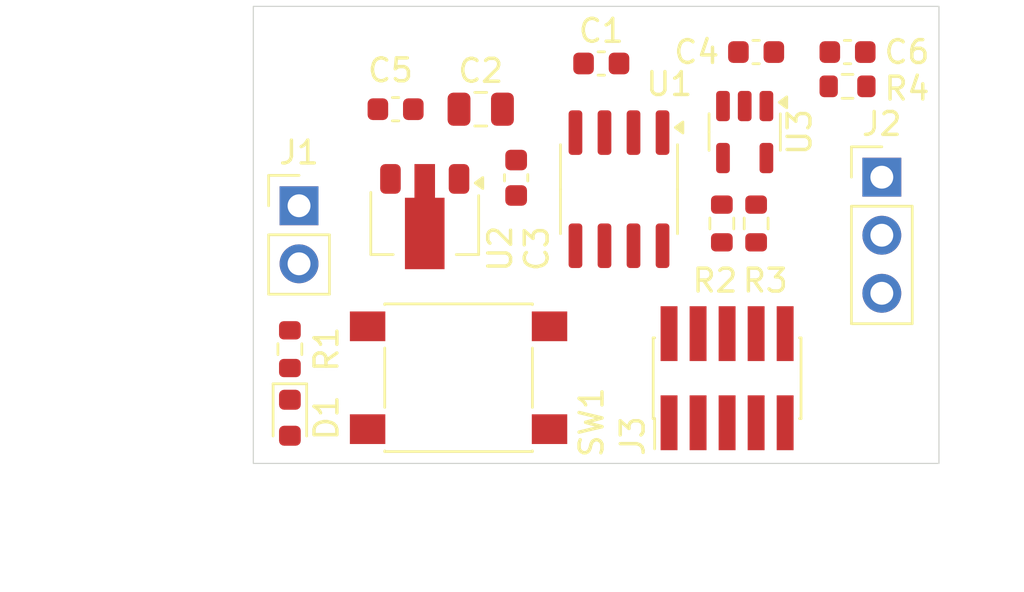
<source format=kicad_pcb>
(kicad_pcb (version 20240108) (generator "pcbnew") (generator_version "8.0")
  (title_block (title "${project}") (rev "${rev}") (company "G. Keeth") (comment 1 "${url}"))
  (layers (0 "F.Cu" signal) (31 "B.Cu" signal) (34 "B.Paste" user) (35 "F.Paste" user) (36 "B.SilkS" user "B.Silkscreen") (37 "F.SilkS" user "F.Silkscreen") (38 "B.Mask" user) (39 "F.Mask" user) (44 "Edge.Cuts" user))
  (property "project" "909 Noise Board")
  (property "rev" "0")
  (property "url" "<project URL here>")
  (net 0 "")
  (net 1 "GND")
  (net 2 "+3.3V")
  (net 3 "/~{reset}")
  (net 4 "+12V")
  (net 5 "Net-(D1-K)")
  (net 6 "Net-(D1-A)")
  (net 7 "/noise_12v")
  (net 8 "/swdio")
  (net 10 "/swclk")
  (net 13 "Net-(U3--)")
  (net 14 "/noise_3v3")
  (net 16 "/noise_12v_filtered")
  (footprint "Capacitor_SMD:C_0603_1608Metric" (layer "F.Cu") (at 71 22)
    (property "Reference" "C6" (at 2.6 0 0) (layer "F.SilkS"))
    (property "Value" "100n")
    (fp_line (start -0.14058 -0.51) (end 0.14058 -0.51) (stroke (width 0.12)) (layer "F.SilkS"))
    (fp_line (start -0.14058 0.51) (end 0.14058 0.51) (stroke (width 0.12)) (layer "F.SilkS"))
    (pad "1" smd roundrect (at -0.775 0) (size 0.9 0.95) (layers "F.Cu" "F.Paste" "F.Mask") (net 1 "GND"))
    (pad "2" smd roundrect (at 0.775 0) (size 0.9 0.95) (layers "F.Cu" "F.Paste" "F.Mask") (net 16 "/noise_12v_filtered"))
  )
  (footprint "Button_Switch_SMD:SW_SPST_PTS645" (layer "F.Cu") (at 53.98 36.25 180)
    (property "Reference" "SW1" (at -5.82 -1.95 -90) (layer "F.SilkS"))
    (property "Value" "PTS645SM43SMTR92 LFS")
    (fp_line (start 3.23 3.23) (end 3.23 3.2) (stroke (width 0.12)) (layer "F.SilkS"))
    (fp_line (start 3.23 -1.3) (end 3.23 1.3) (stroke (width 0.12)) (layer "F.SilkS"))
    (fp_line (start 3.23 -3.23) (end 3.23 -3.2) (stroke (width 0.12)) (layer "F.SilkS"))
    (fp_line (start -3.23 3.23) (end 3.23 3.23) (stroke (width 0.12)) (layer "F.SilkS"))
    (fp_line (start -3.23 3.23) (end -3.23 3.2) (stroke (width 0.12)) (layer "F.SilkS"))
    (fp_line (start -3.23 -1.3) (end -3.23 1.3) (stroke (width 0.12)) (layer "F.SilkS"))
    (fp_line (start -3.23 -3.2) (end -3.23 -3.23) (stroke (width 0.12)) (layer "F.SilkS"))
    (fp_line (start -3.23 -3.23) (end 3.23 -3.23) (stroke (width 0.12)) (layer "F.SilkS"))
    (pad "1" smd rect (at -3.98 -2.25 180) (size 1.55 1.3) (layers "F.Cu") (net 1 "GND"))
    (pad "1" smd rect (at 3.98 -2.25 180) (size 1.55 1.3) (layers "F.Cu") (net 1 "GND"))
    (pad "2" smd rect (at -3.98 2.25 180) (size 1.55 1.3) (layers "F.Cu") (net 3 "/~{reset}"))
    (pad "2" smd rect (at 3.98 2.25 180) (size 1.55 1.3) (layers "F.Cu") (net 3 "/~{reset}"))
  )
  (footprint "Capacitor_SMD:C_0603_1608Metric" (layer "F.Cu") (at 51.225 24.5 180)
    (property "Reference" "C5" (at 0.225 1.7 180) (layer "F.SilkS"))
    (property "Value" "330n")
    (fp_line (start -0.14058 0.51) (end 0.14058 0.51) (stroke (width 0.12)) (layer "F.SilkS"))
    (fp_line (start -0.14058 -0.51) (end 0.14058 -0.51) (stroke (width 0.12)) (layer "F.SilkS"))
    (pad "1" smd roundrect (at -0.775 0 180) (size 0.9 0.95) (layers "F.Cu") (net 1 "GND"))
    (pad "2" smd roundrect (at 0.775 0 180) (size 0.9 0.95) (layers "F.Cu") (net 4 "+12V"))
  )
  (footprint "Connector_PinHeader_2.54mm:PinHeader_1x02_P2.54mm_Vertical" (layer "F.Cu") (at 47 28.725)
    (property "Reference" "J1" (at 0 -2.33 0) (layer "F.SilkS"))
    (property "Value" "Conn_01x02_Pin")
    (fp_line (start -1.33 -1.33) (end 0 -1.33) (stroke (width 0.12)) (layer "F.SilkS"))
    (fp_line (start -1.33 0) (end -1.33 -1.33) (stroke (width 0.12)) (layer "F.SilkS"))
    (fp_line (start -1.33 1.27) (end -1.33 3.87) (stroke (width 0.12)) (layer "F.SilkS"))
    (fp_line (start -1.33 1.27) (end 1.33 1.27) (stroke (width 0.12)) (layer "F.SilkS"))
    (fp_line (start -1.33 3.87) (end 1.33 3.87) (stroke (width 0.12)) (layer "F.SilkS"))
    (fp_line (start 1.33 1.27) (end 1.33 3.87) (stroke (width 0.12)) (layer "F.SilkS"))
    (pad "1" thru_hole rect (at 0 0) (size 1.7 1.7) (drill 1) (layers "*.Cu" "*.Mask") (net 4 "+12V"))
    (pad "2" thru_hole oval (at 0 2.54) (size 1.7 1.7) (drill 1) (layers "*.Cu" "*.Mask") (net 1 "GND"))
  )
  (footprint "Resistor_SMD:R_0603_1608Metric" (layer "F.Cu") (at 46.6 35 90)
    (property "Reference" "R1" (at 0 1.6 270) (layer "F.SilkS"))
    (property "Value" "10k")
    (fp_line (start -0.237258 -0.5225) (end 0.237258 -0.5225) (stroke (width 0.12)) (layer "F.SilkS"))
    (fp_line (start -0.237258 0.5225) (end 0.237258 0.5225) (stroke (width 0.12)) (layer "F.SilkS"))
    (pad "1" smd roundrect (at -0.825 0 90) (size 0.8 0.95) (layers "F.Cu") (net 5 "Net-(D1-K)"))
    (pad "2" smd roundrect (at 0.825 0 90) (size 0.8 0.95) (layers "F.Cu") (net 1 "GND"))
  )
  (footprint "Resistor_SMD:R_0603_1608Metric" (layer "F.Cu") (at 65.5 29.5 90)
    (property "Reference" "R2" (at -2.5 -0.3 0) (layer "F.SilkS"))
    (property "Value" "10k")
    (fp_line (start -0.237258 -0.5225) (end 0.237258 -0.5225) (stroke (width 0.12)) (layer "F.SilkS"))
    (fp_line (start -0.237258 0.5225) (end 0.237258 0.5225) (stroke (width 0.12)) (layer "F.SilkS"))
    (pad "1" smd roundrect (at -0.825 0 90) (size 0.8 0.95) (layers "F.Cu") (net 2 "+3.3V"))
    (pad "2" smd roundrect (at 0.825 0 90) (size 0.8 0.95) (layers "F.Cu") (net 13 "Net-(U3--)"))
  )
  (footprint "Connector_PinHeader_1.27mm:PinHeader_2x05_P1.27mm_Vertical_SMD" (layer "F.Cu") (at 65.73 36.27 90)
    (property "Reference" "J3" (at -2.53 -4.13 270) (layer "F.SilkS"))
    (property "Value" "Conn_ARM_JTAG_SWD_10")
    (fp_line (start 1.765 -3.235) (end 1.765 -3.17) (stroke (width 0.12)) (layer "F.SilkS"))
    (fp_line (start -1.765 -3.235) (end 1.765 -3.235) (stroke (width 0.12)) (layer "F.SilkS"))
    (fp_line (start -1.765 -3.235) (end -1.765 -3.17) (stroke (width 0.12)) (layer "F.SilkS"))
    (fp_line (start -3.09 -3.17) (end -1.765 -3.17) (stroke (width 0.12)) (layer "F.SilkS"))
    (fp_line (start 1.765 3.17) (end 1.765 3.235) (stroke (width 0.12)) (layer "F.SilkS"))
    (fp_line (start -1.765 3.17) (end -1.765 3.235) (stroke (width 0.12)) (layer "F.SilkS"))
    (fp_line (start -1.765 3.235) (end 1.765 3.235) (stroke (width 0.12)) (layer "F.SilkS"))
    (pad "1" smd rect (at -1.95 -2.54 90) (size 2.4 0.74) (layers "F.Cu") (net 2 "+3.3V"))
    (pad "2" smd rect (at 1.95 -2.54 90) (size 2.4 0.74) (layers "F.Cu") (net 8 "/swdio"))
    (pad "3" smd rect (at -1.95 -1.27 90) (size 2.4 0.74) (layers "F.Cu") (net 1 "GND"))
    (pad "4" smd rect (at 1.95 -1.27 90) (size 2.4 0.74) (layers "F.Cu") (net 10 "/swclk"))
    (pad "5" smd rect (at -1.95 0 90) (size 2.4 0.74) (layers "F.Cu") (net 1 "GND"))
    (pad "6" smd rect (at 1.95 0 90) (size 2.4 0.74) (layers "F.Cu"))
    (pad "7" smd rect (at -1.95 1.27 90) (size 2.4 0.74) (layers "F.Cu"))
    (pad "8" smd rect (at 1.95 1.27 90) (size 2.4 0.74) (layers "F.Cu"))
    (pad "9" smd rect (at -1.95 2.54 90) (size 2.4 0.74) (layers "F.Cu") (net 1 "GND"))
    (pad "10" smd rect (at 1.95 2.54 90) (size 2.4 0.74) (layers "F.Cu") (net 3 "/~{reset}"))
  )
  (footprint "Connector_PinHeader_2.54mm:PinHeader_1x03_P2.54mm_Vertical" (layer "F.Cu") (at 72.5 27.475)
    (property "Reference" "J2" (at 0 -2.33 0) (layer "F.SilkS"))
    (property "Value" "Conn_01x03_Pin")
    (fp_line (start -1.33 -1.33) (end 0 -1.33) (stroke (width 0.12)) (layer "F.SilkS"))
    (fp_line (start -1.33 0) (end -1.33 -1.33) (stroke (width 0.12)) (layer "F.SilkS"))
    (fp_line (start -1.33 1.27) (end -1.33 6.41) (stroke (width 0.12)) (layer "F.SilkS"))
    (fp_line (start -1.33 1.27) (end 1.33 1.27) (stroke (width 0.12)) (layer "F.SilkS"))
    (fp_line (start -1.33 6.41) (end 1.33 6.41) (stroke (width 0.12)) (layer "F.SilkS"))
    (fp_line (start 1.33 1.27) (end 1.33 6.41) (stroke (width 0.12)) (layer "F.SilkS"))
    (pad "1" thru_hole rect (at 0 0) (size 1.7 1.7) (drill 1) (layers "*.Cu" "*.Mask") (net 1 "GND"))
    (pad "2" thru_hole oval (at 0 2.54) (size 1.7 1.7) (drill 1) (layers "*.Cu" "*.Mask") (net 16 "/noise_12v_filtered"))
    (pad "3" thru_hole oval (at 0 5.08) (size 1.7 1.7) (drill 1) (layers "*.Cu" "*.Mask") (net 1 "GND"))
  )
  (footprint "Capacitor_SMD:C_0805_2012Metric" (layer "F.Cu") (at 54.95 24.5)
    (property "Reference" "C2" (at 0 -1.68 360) (layer "F.SilkS"))
    (property "Value" "4.7u")
    (fp_line (start -0.261252 -0.735) (end 0.261252 -0.735) (stroke (width 0.12)) (layer "F.SilkS"))
    (fp_line (start -0.261252 0.735) (end 0.261252 0.735) (stroke (width 0.12)) (layer "F.SilkS"))
    (pad "1" smd roundrect (at -0.95 0) (size 1 1.45) (layers "F.Cu") (net 1 "GND"))
    (pad "2" smd roundrect (at 0.95 0) (size 1 1.45) (layers "F.Cu") (net 2 "+3.3V"))
  )
  (footprint "Package_SO:SOIC-8_3.9x4.9mm_P1.27mm" (layer "F.Cu") (at 61 28 -90)
    (property "Reference" "U1" (at -4.6 -2.2 180) (layer "F.SilkS"))
    (property "Value" "STM32G030J6Mx")
    (fp_line (start 0 2.56) (end -1.95 2.56) (stroke (width 0.12)) (layer "F.SilkS"))
    (fp_line (start 0 2.56) (end 1.95 2.56) (stroke (width 0.12)) (layer "F.SilkS"))
    (fp_line (start 0 -2.56) (end -1.95 -2.56) (stroke (width 0.12)) (layer "F.SilkS"))
    (fp_line (start 0 -2.56) (end 1.95 -2.56) (stroke (width 0.12)) (layer "F.SilkS"))
    (fp_poly (pts (xy -2.7 -2.465) (xy -2.94 -2.795) (xy -2.46 -2.795) (xy -2.7 -2.465)) (stroke (width 0.12)) (fill solid) (layer "F.SilkS"))
    (pad "1" smd roundrect (at -2.475 -1.905 270) (size 1.95 0.6) (layers "F.Cu") (net 14 "/noise_3v3"))
    (pad "2" smd roundrect (at -2.475 -0.635 270) (size 1.95 0.6) (layers "F.Cu") (net 2 "+3.3V"))
    (pad "3" smd roundrect (at -2.475 0.635 270) (size 1.95 0.6) (layers "F.Cu") (net 1 "GND"))
    (pad "4" smd roundrect (at -2.475 1.905 270) (size 1.95 0.6) (layers "F.Cu") (net 3 "/~{reset}"))
    (pad "5" smd roundrect (at 2.475 1.905 270) (size 1.95 0.6) (layers "F.Cu") (net 6 "Net-(D1-A)"))
    (pad "6" smd roundrect (at 2.475 0.635 270) (size 1.95 0.6) (layers "F.Cu"))
    (pad "7" smd roundrect (at 2.475 -0.635 270) (size 1.95 0.6) (layers "F.Cu") (net 8 "/swdio"))
    (pad "8" smd roundrect (at 2.475 -1.905 270) (size 1.95 0.6) (layers "F.Cu") (net 10 "/swclk"))
  )
  (footprint "Capacitor_SMD:C_0603_1608Metric" (layer "F.Cu") (at 67 22 180)
    (property "Reference" "C4" (at 2.6 0 180) (layer "F.SilkS"))
    (property "Value" "100n")
    (fp_line (start -0.14058 0.51) (end 0.14058 0.51) (stroke (width 0.12)) (layer "F.SilkS"))
    (fp_line (start -0.14058 -0.51) (end 0.14058 -0.51) (stroke (width 0.12)) (layer "F.SilkS"))
    (pad "1" smd roundrect (at -0.775 0 180) (size 0.9 0.95) (layers "F.Cu") (net 1 "GND"))
    (pad "2" smd roundrect (at 0.775 0 180) (size 0.9 0.95) (layers "F.Cu") (net 4 "+12V"))
  )
  (footprint "Resistor_SMD:R_0603_1608Metric" (layer "F.Cu") (at 71 23.5)
    (property "Reference" "R4" (at 2.6 0.1 0) (layer "F.SilkS"))
    (property "Value" "15")
    (fp_line (start -0.237258 -0.5225) (end 0.237258 -0.5225) (stroke (width 0.12)) (layer "F.SilkS"))
    (fp_line (start -0.237258 0.5225) (end 0.237258 0.5225) (stroke (width 0.12)) (layer "F.SilkS"))
    (pad "1" smd roundrect (at -0.825 0) (size 0.8 0.95) (layers "F.Cu") (net 7 "/noise_12v"))
    (pad "2" smd roundrect (at 0.825 0) (size 0.8 0.95) (layers "F.Cu" "F.Paste" "F.Mask") (net 16 "/noise_12v_filtered"))
  )
  (footprint "Package_TO_SOT_SMD:SOT-23-5" (layer "F.Cu") (at 66.5 25.5 -90)
    (property "Reference" "U3" (at 0 -2.4 90) (layer "F.SilkS"))
    (property "Value" "TLV7211A")
    (fp_line (start 0 1.56) (end -0.8 1.56) (stroke (width 0.12)) (layer "F.SilkS"))
    (fp_line (start 0 1.56) (end 0.8 1.56) (stroke (width 0.12)) (layer "F.SilkS"))
    (fp_line (start 0 -1.56) (end -0.8 -1.56) (stroke (width 0.12)) (layer "F.SilkS"))
    (fp_line (start 0 -1.56) (end 0.8 -1.56) (stroke (width 0.12)) (layer "F.SilkS"))
    (fp_poly (pts (xy -1.3 -1.51) (xy -1.54 -1.84) (xy -1.06 -1.84) (xy -1.3 -1.51)) (stroke (width 0.12)) (fill solid) (layer "F.SilkS"))
    (pad "1" smd roundrect (at -1.1375 -0.95 270) (size 1.325 0.6) (layers "F.Cu") (net 7 "/noise_12v"))
    (pad "2" smd roundrect (at -1.1375 0 270) (size 1.325 0.6) (layers "F.Cu") (net 4 "+12V"))
    (pad "3" smd roundrect (at -1.1375 0.95 270) (size 1.325 0.6) (layers "F.Cu") (net 14 "/noise_3v3"))
    (pad "4" smd roundrect (at 1.1375 0.95 270) (size 1.325 0.6) (layers "F.Cu") (net 13 "Net-(U3--)"))
    (pad "5" smd roundrect (at 1.1375 -0.95 270) (size 1.325 0.6) (layers "F.Cu") (net 1 "GND"))
  )
  (footprint "Package_TO_SOT_SMD:SOT-89-3" (layer "F.Cu") (at 52.5 29.5 -90)
    (property "Reference" "U2" (at 1.1 -3.3 90) (layer "F.SilkS"))
    (property "Value" "L78L33ABUTR")
    (fp_line (start 1.36 2.36) (end -1.36 2.36) (stroke (width 0.12)) (layer "F.SilkS"))
    (fp_line (start 1.36 1.38) (end 1.36 2.36) (stroke (width 0.12)) (layer "F.SilkS"))
    (fp_line (start 1.36 -1.38) (end 1.36 -2.36) (stroke (width 0.12)) (layer "F.SilkS"))
    (fp_line (start -1.22 -2.36) (end 1.36 -2.36) (stroke (width 0.12)) (layer "F.SilkS"))
    (fp_poly (pts (xy -1.77 -2.21) (xy -2.01 -2.54) (xy -1.53 -2.54) (xy -1.77 -2.21)) (stroke (width 0.12)) (fill solid) (layer "F.SilkS"))
    (pad "1" smd roundrect (at -1.95 -1.5 270) (size 1.3 0.9) (layers "F.Cu") (net 2 "+3.3V"))
    (pad "2" smd custom (at -1.8625 0 270) (size 1.475 0.9) (layers "F.Cu") (net 1 "GND") (options (clearance outline) (anchor rect)) (primitives (gr_poly (pts (xy 3.8625 0.8665) (xy 0.7375 0.8665) (xy 0.7375 -0.8665) (xy 3.8625 -0.8665)) (width 0) (fill yes))))
    (pad "3" smd roundrect (at -1.95 1.5 270) (size 1.3 0.9) (layers "F.Cu") (net 4 "+12V"))
  )
  (footprint "Resistor_SMD:R_0603_1608Metric" (layer "F.Cu") (at 67 29.5 -90)
    (property "Reference" "R3" (at 2.5 -0.4 180) (layer "F.SilkS"))
    (property "Value" "10k")
    (fp_line (start -0.237258 0.5225) (end 0.237258 0.5225) (stroke (width 0.12)) (layer "F.SilkS"))
    (fp_line (start -0.237258 -0.5225) (end 0.237258 -0.5225) (stroke (width 0.12)) (layer "F.SilkS"))
    (pad "1" smd roundrect (at -0.825 0 270) (size 0.8 0.95) (layers "F.Cu") (net 13 "Net-(U3--)"))
    (pad "2" smd roundrect (at 0.825 0 270) (size 0.8 0.95) (layers "F.Cu") (net 1 "GND"))
  )
  (footprint "Capacitor_SMD:C_0603_1608Metric" (layer "F.Cu") (at 60.225 22.5)
    (property "Reference" "C1" (at 0 -1.43 360) (layer "F.SilkS"))
    (property "Value" "100n")
    (fp_line (start -0.14058 -0.51) (end 0.14058 -0.51) (stroke (width 0.12)) (layer "F.SilkS"))
    (fp_line (start -0.14058 0.51) (end 0.14058 0.51) (stroke (width 0.12)) (layer "F.SilkS"))
    (pad "1" smd roundrect (at -0.775 0) (size 0.9 0.95) (layers "F.Cu") (net 1 "GND"))
    (pad "2" smd roundrect (at 0.775 0) (size 0.9 0.95) (layers "F.Cu") (net 2 "+3.3V"))
  )
  (footprint "LED_SMD:LED_0603_1608Metric" (layer "F.Cu") (at 46.6 38 -90)
    (property "Reference" "D1" (at 0 -1.6 90) (layer "F.SilkS"))
    (property "Value" "green")
    (fp_line (start -1.485 0.735) (end 0.8 0.735) (stroke (width 0.12)) (layer "F.SilkS"))
    (fp_line (start -1.485 -0.735) (end -1.485 0.735) (stroke (width 0.12)) (layer "F.SilkS"))
    (fp_line (start 0.8 -0.735) (end -1.485 -0.735) (stroke (width 0.12)) (layer "F.SilkS"))
    (pad "1" smd roundrect (at -0.7875 0 270) (size 0.875 0.95) (layers "F.Cu") (net 5 "Net-(D1-K)"))
    (pad "2" smd roundrect (at 0.7875 0 270) (size 0.875 0.95) (layers "F.Cu") (net 6 "Net-(D1-A)"))
  )
  (footprint "Capacitor_SMD:C_0603_1608Metric" (layer "F.Cu") (at 56.5 27.5 90)
    (property "Reference" "C3" (at -3.1 0.9 270) (layer "F.SilkS"))
    (property "Value" "100n")
    (fp_line (start -0.14058 -0.51) (end 0.14058 -0.51) (stroke (width 0.12)) (layer "F.SilkS"))
    (fp_line (start -0.14058 0.51) (end 0.14058 0.51) (stroke (width 0.12)) (layer "F.SilkS"))
    (pad "1" smd roundrect (at -0.775 0 90) (size 0.9 0.95) (layers "F.Cu") (net 1 "GND"))
    (pad "2" smd roundrect (at 0.775 0 90) (size 0.9 0.95) (layers "F.Cu") (net 3 "/~{reset}"))
  )
  (gr_rect (start 45 20) (end 75 40) (stroke (width 0.05)) (fill none) (layer "Edge.Cuts"))
)
</source>
